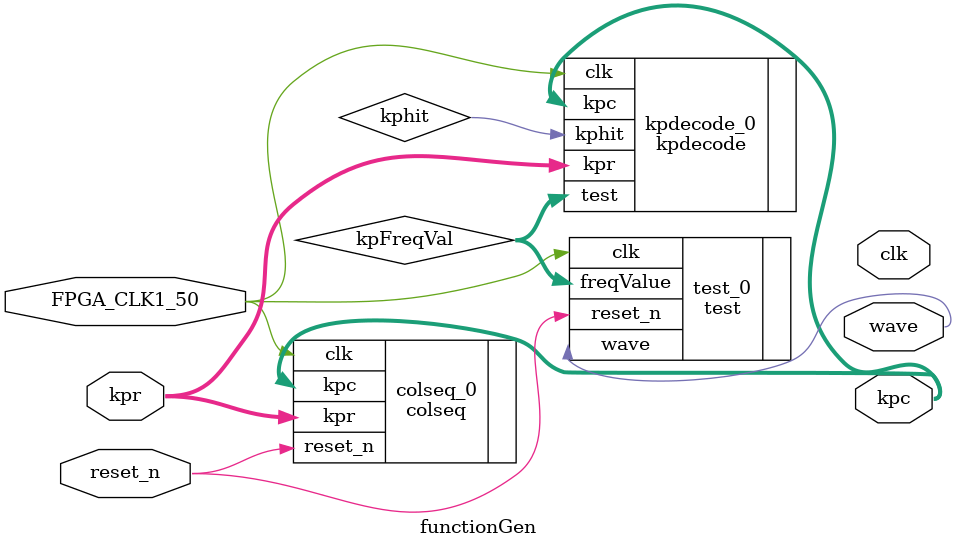
<source format=sv>
module functionGen (
			output logic [3:0] kpc, // column select, active-low
			(* altera_attribute = "-name WEAK_PULL_UP_RESISTOR ON" *)
			input logic  [3:0] kpr,// rows, active-low w/ pull-ups
			input logic FPGA_CLK1_50,
			input logic reset_n,
			output logic wave,
			output logic clk
				) ;
  
 
	logic [3:0] displayNum;	// number to display on 7-seg
	logic [3:0] kpFreqVal; // keypad output
	logic kphit;             // keypad button press indicator


 
	// Instantiation of the modules
	test test_0 (.clk(FPGA_CLK1_50), .reset_n, .freqValue(kpFreqVal), .wave);
	kpdecode kpdecode_0 (.test(kpFreqVal), .kphit, .kpr, .kpc, .clk(FPGA_CLK1_50)) ;
	colseq  colseq_0  (.kpc, .kpr, .reset_n, .clk(FPGA_CLK1_50)) ;
	
endmodule

</source>
